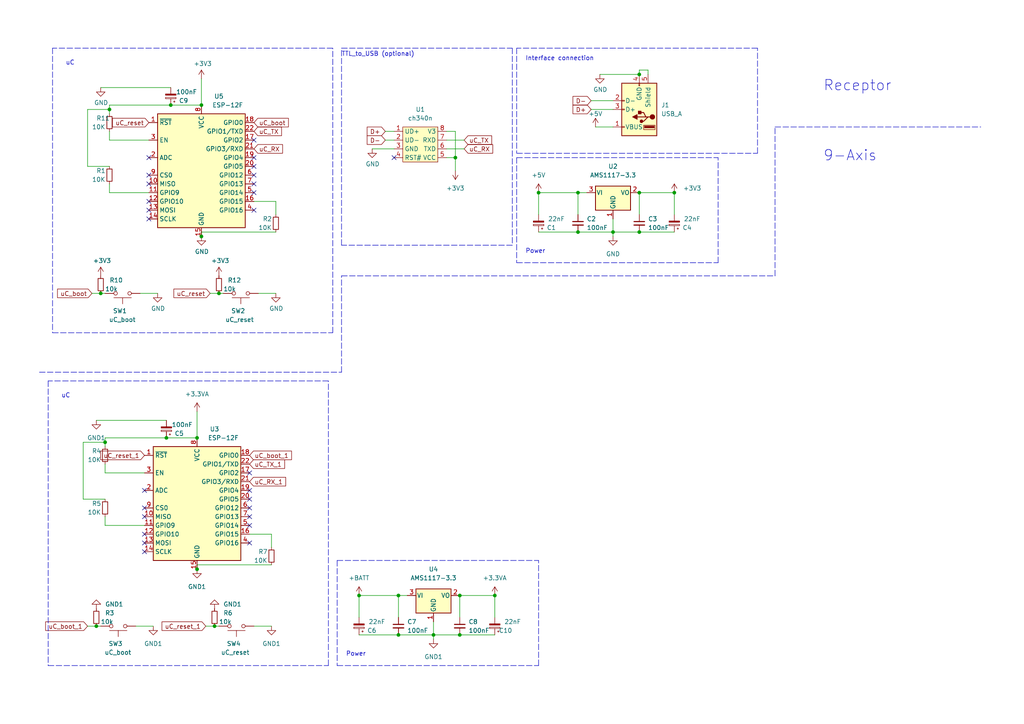
<source format=kicad_sch>
(kicad_sch (version 20211123) (generator eeschema)
  (paper "A4")
  (title_block (title "Fullaxis") (date "2021-03-10") (rev "1") (company "David Ávila Quezada") (comment 2 "www.github.com/debaq/fullaxis") (comment 4 "Receptor sistema de evaluación del equilibrio"))
  (lib_symbols
    (symbol "Connector:USB_A" (pin_names (offset 1.016))
      (property "Reference" "J" (at -5.08 11.43 0))
      (property "Value" "USB_A" (at -5.08 8.89 0))
      (symbol "USB_A_0_1"
        (rectangle (start -5.08 -7.62) (end 5.08 7.62) (stroke (width 0.254)) (fill (type background)))
        (circle (center -3.81 2.159) (radius 0.635) (stroke (width 0.254)) (fill (type outline)))
        (rectangle (start -1.524 4.826) (end -4.318 5.334) (fill (type outline)))
        (rectangle (start -1.27 4.572) (end -4.572 5.842))
        (circle (center -0.635 3.429) (radius 0.381) (stroke (width 0.254)) (fill (type outline)))
        (rectangle (start -0.127 -7.62) (end 0.127 -6.858))
        (polyline (pts (xy -3.175 2.159) (xy -2.54 2.159) (xy -1.27 3.429) (xy -0.635 3.429)) (stroke (width 0.254)))
        (polyline (pts (xy -2.54 2.159) (xy -1.905 2.159) (xy -1.27 0.889) (xy 0 0.889)) (stroke (width 0.254)))
        (polyline (pts (xy 0.635 2.794) (xy 0.635 1.524) (xy 1.905 2.159) (xy 0.635 2.794)) (stroke (width 0.254)) (fill (type outline)))
        (rectangle (start 0.254 1.27) (end -0.508 0.508) (stroke (width 0.254)) (fill (type outline)))
        (rectangle (start 5.08 -2.667) (end 4.318 -2.413))
        (rectangle (start 5.08 -0.127) (end 4.318 0.127))
        (rectangle (start 5.08 4.953) (end 4.318 5.207))
      )
      (symbol "USB_A_1_1"
        (polyline (pts (xy -1.905 2.159) (xy 0.635 2.159)) (stroke (width 0.254)))
        (pin power_in line (at 7.62 5.08 180) (length 2.54) (name "VBUS") (number "1"))
        (pin bidirectional line (at 7.62 -2.54 180) (length 2.54) (name "D-") (number "2"))
        (pin bidirectional line (at 7.62 0 180) (length 2.54) (name "D+") (number "3"))
        (pin power_in line (at 0 -10.16 90) (length 2.54) (name "GND") (number "4"))
        (pin passive line (at -2.54 -10.16 90) (length 2.54) (name "Shield") (number "5"))
      )
    )
    (symbol "Device:CP_Small" (pin_numbers hide) (pin_names (offset 0.254) hide)
      (property "Reference" "C" (at 0.254 1.778 0))
      (property "Value" "Device_CP_Small" (at 0.254 -2.032 0))
      (symbol "CP_Small_0_1"
        (rectangle (start -1.524 -0.3048) (end 1.524 -0.6858) (fill (type outline)))
        (rectangle (start -1.524 0.6858) (end 1.524 0.3048))
        (polyline (pts (xy -1.27 1.524) (xy -0.762 1.524)))
        (polyline (pts (xy -1.016 1.27) (xy -1.016 1.778)))
      )
      (symbol "CP_Small_1_1"
        (pin passive line (at 0 2.54 270) (length 1.8542) (name "~") (number "1"))
        (pin passive line (at 0 -2.54 90) (length 1.8542) (name "~") (number "2"))
      )
    )
    (symbol "Device:C_Small" (pin_numbers hide) (pin_names (offset 0.254) hide)
      (property "Reference" "C" (at 0.254 1.778 0))
      (property "Value" "C_Small" (at 0.254 -2.032 0))
      (symbol "C_Small_0_1"
        (polyline (pts (xy -1.524 -0.508) (xy 1.524 -0.508)) (stroke (width 0.3302)))
        (polyline (pts (xy -1.524 0.508) (xy 1.524 0.508)) (stroke (width 0.3048)))
      )
      (symbol "C_Small_1_1"
        (pin passive line (at 0 2.54 270) (length 2.032) (name "~") (number "1"))
        (pin passive line (at 0 -2.54 90) (length 2.032) (name "~") (number "2"))
      )
    )
    (symbol "Device:R_Small" (pin_numbers hide) (pin_names (offset 0.254) hide)
      (property "Reference" "R" (at 0.762 0.508 0))
      (property "Value" "R_Small" (at 0.762 -1.016 0))
      (symbol "R_Small_0_1"
        (rectangle (start -0.762 1.778) (end 0.762 -1.778) (stroke (width 0.2032)))
      )
      (symbol "R_Small_1_1"
        (pin passive line (at 0 2.54 270) (length 0.762) (name "~") (number "1"))
        (pin passive line (at 0 -2.54 90) (length 0.762) (name "~") (number "2"))
      )
    )
    (symbol "RF_Module:ESP-12F"
      (property "Reference" "U" (at -12.7 19.05 0))
      (property "Value" "ESP-12F" (at 12.7 19.05 0))
      (symbol "ESP-12F_0_1"
        (rectangle (start -12.7 17.78) (end 12.7 -15.24) (stroke (width 0.254)) (fill (type background)))
      )
      (symbol "ESP-12F_1_1"
        (pin input line (at -15.24 15.24 0) (length 2.54) (name "~{RST}") (number "1"))
        (pin bidirectional line (at -15.24 -2.54 0) (length 2.54) (name "MISO") (number "10"))
        (pin bidirectional line (at -15.24 -5.08 0) (length 2.54) (name "GPIO9") (number "11"))
        (pin bidirectional line (at -15.24 -7.62 0) (length 2.54) (name "GPIO10") (number "12"))
        (pin bidirectional line (at -15.24 -10.16 0) (length 2.54) (name "MOSI") (number "13"))
        (pin bidirectional line (at -15.24 -12.7 0) (length 2.54) (name "SCLK") (number "14"))
        (pin power_in line (at 0 -17.78 90) (length 2.54) (name "GND") (number "15"))
        (pin bidirectional line (at 15.24 -7.62 180) (length 2.54) (name "GPIO15") (number "16"))
        (pin bidirectional line (at 15.24 10.16 180) (length 2.54) (name "GPIO2") (number "17"))
        (pin bidirectional line (at 15.24 15.24 180) (length 2.54) (name "GPIO0") (number "18"))
        (pin bidirectional line (at 15.24 5.08 180) (length 2.54) (name "GPIO4") (number "19"))
        (pin input line (at -15.24 5.08 0) (length 2.54) (name "ADC") (number "2"))
        (pin bidirectional line (at 15.24 2.54 180) (length 2.54) (name "GPIO5") (number "20"))
        (pin bidirectional line (at 15.24 7.62 180) (length 2.54) (name "GPIO3/RXD") (number "21"))
        (pin bidirectional line (at 15.24 12.7 180) (length 2.54) (name "GPIO1/TXD") (number "22"))
        (pin input line (at -15.24 10.16 0) (length 2.54) (name "EN") (number "3"))
        (pin bidirectional line (at 15.24 -10.16 180) (length 2.54) (name "GPIO16") (number "4"))
        (pin bidirectional line (at 15.24 -5.08 180) (length 2.54) (name "GPIO14") (number "5"))
        (pin bidirectional line (at 15.24 0 180) (length 2.54) (name "GPIO12") (number "6"))
        (pin bidirectional line (at 15.24 -2.54 180) (length 2.54) (name "GPIO13") (number "7"))
        (pin power_in line (at 0 20.32 270) (length 2.54) (name "VCC") (number "8"))
        (pin input line (at -15.24 0 0) (length 2.54) (name "CS0") (number "9"))
      )
    )
    (symbol "Regulator_Linear:AMS1117-3.3" (pin_names (offset 0.254))
      (property "Reference" "U" (at -3.81 3.175 0))
      (property "Value" "AMS1117-3.3" (at 0 3.175 0))
      (symbol "AMS1117-3.3_0_1"
        (rectangle (start -5.08 -5.08) (end 5.08 1.905) (stroke (width 0.254)) (fill (type background)))
      )
      (symbol "AMS1117-3.3_1_1"
        (pin power_in line (at 0 -7.62 90) (length 2.54) (name "GND") (number "1"))
        (pin power_out line (at 7.62 0 180) (length 2.54) (name "VO") (number "2"))
        (pin power_in line (at -7.62 0 0) (length 2.54) (name "VI") (number "3"))
      )
    )
    (symbol "Switch:SW_Push" (pin_numbers hide) (pin_names (offset 1.016) hide)
      (property "Reference" "SW" (at 1.27 2.54 0))
      (property "Value" "SW_Push" (at 0 -1.524 0))
      (symbol "SW_Push_0_1"
        (circle (center -2.032 0) (radius 0.508))
        (polyline (pts (xy 0 1.27) (xy 0 3.048)))
        (polyline (pts (xy 2.54 1.27) (xy -2.54 1.27)))
        (circle (center 2.032 0) (radius 0.508))
        (pin passive line (at -5.08 0 0) (length 2.54) (name "1") (number "1"))
        (pin passive line (at 5.08 0 180) (length 2.54) (name "2") (number "2"))
      )
    )
    (symbol "ch340:ch340n"
      (property "Reference" "U" (at 7.62 3.81 0))
      (property "Value" "ch340n" (at 1.27 3.81 0))
      (symbol "ch340n_0_1"
        (rectangle (start -2.54 2.54) (end 7.62 -7.62) (fill (type background)))
      )
      (symbol "ch340n_1_1"
        (pin bidirectional line (at -5.08 1.27 0) (length 2.54) (name "UD+") (number "1"))
        (pin bidirectional line (at -5.08 -1.27 0) (length 2.54) (name "UD-") (number "2"))
        (pin power_in line (at -5.08 -3.81 0) (length 2.54) (name "GND") (number "3"))
        (pin input line (at -5.08 -6.35 0) (length 2.54) (name "RST#") (number "4"))
        (pin power_in line (at 10.16 -6.35 180) (length 2.54) (name "VCC") (number "5"))
        (pin output line (at 10.16 -3.81 180) (length 2.54) (name "TXD") (number "6"))
        (pin input line (at 10.16 -1.27 180) (length 2.54) (name "RXD") (number "7"))
        (pin power_out line (at 10.16 1.27 180) (length 2.54) (name "V3") (number "8"))
      )
    )
    (symbol "power:+3.3V" (power) (pin_names (offset 0))
      (property "Value" "+3.3V" (at 0 3.556 0))
      (symbol "+3.3V_0_1"
        (polyline (pts (xy -0.762 1.27) (xy 0 2.54)))
        (polyline (pts (xy 0 0) (xy 0 2.54)))
        (polyline (pts (xy 0 2.54) (xy 0.762 1.27)))
      )
      (symbol "+3.3V_1_1"
        (pin power_in line (at 0 0 90) (length 0) hide (name "+3V3") (number "1"))
      )
    )
    (symbol "power:+3.3VA" (power) (pin_names (offset 0))
      (property "Value" "+3.3VA" (at 0 3.556 0))
      (symbol "+3.3VA_0_1"
        (polyline (pts (xy -0.762 1.27) (xy 0 2.54)))
        (polyline (pts (xy 0 0) (xy 0 2.54)))
        (polyline (pts (xy 0 2.54) (xy 0.762 1.27)))
      )
      (symbol "+3.3VA_1_1"
        (pin power_in line (at 0 0 90) (length 0) hide (name "+3.3VA") (number "1"))
      )
    )
    (symbol "power:+5V" (power) (pin_names (offset 0))
      (property "Value" "+5V" (at 0 3.556 0))
      (symbol "+5V_0_1"
        (polyline (pts (xy -0.762 1.27) (xy 0 2.54)))
        (polyline (pts (xy 0 0) (xy 0 2.54)))
        (polyline (pts (xy 0 2.54) (xy 0.762 1.27)))
      )
      (symbol "+5V_1_1"
        (pin power_in line (at 0 0 90) (length 0) hide (name "+5V") (number "1"))
      )
    )
    (symbol "power:+BATT" (power) (pin_names (offset 0))
      (property "Value" "+BATT" (at 0 3.556 0))
      (symbol "+BATT_0_1"
        (polyline (pts (xy -0.762 1.27) (xy 0 2.54)))
        (polyline (pts (xy 0 0) (xy 0 2.54)))
        (polyline (pts (xy 0 2.54) (xy 0.762 1.27)))
      )
      (symbol "+BATT_1_1"
        (pin power_in line (at 0 0 90) (length 0) hide (name "+BATT") (number "1"))
      )
    )
    (symbol "power:GND" (power) (pin_names (offset 0))
      (property "Value" "GND" (at 0 -3.81 0))
      (symbol "GND_0_1"
        (polyline (pts (xy 0 0) (xy 0 -1.27) (xy 1.27 -1.27) (xy 0 -2.54) (xy -1.27 -1.27) (xy 0 -1.27)))
      )
      (symbol "GND_1_1"
        (pin power_in line (at 0 0 270) (length 0) hide (name "GND") (number "1"))
      )
    )
    (symbol "power:GND1" (power) (pin_names (offset 0))
      (property "Value" "GND1" (at 0 -3.81 0))
      (symbol "GND1_0_1"
        (polyline (pts (xy 0 0) (xy 0 -1.27) (xy 1.27 -1.27) (xy 0 -2.54) (xy -1.27 -1.27) (xy 0 -1.27)))
      )
      (symbol "GND1_1_1"
        (pin power_in line (at 0 0 270) (length 0) hide (name "GND1") (number "1"))
      )
    )
  )
  (junction (at 156.21 55.88))
  (junction (at 133.35 184.15))
  (junction (at 167.64 67.31))
  (junction (at 185.42 67.31))
  (junction (at 167.64 55.88))
  (junction (at 58.42 30.48))
  (junction (at 58.42 68.58))
  (junction (at 133.35 172.72))
  (junction (at 29.21 85.09))
  (junction (at 30.48 128.27))
  (junction (at 177.8 67.31))
  (junction (at 31.75 31.75))
  (junction (at 62.23 181.61))
  (junction (at 125.73 184.15))
  (junction (at 104.14 172.72))
  (junction (at 27.94 181.61))
  (junction (at 185.42 21.59))
  (junction (at 63.5 85.09))
  (junction (at 115.57 172.72))
  (junction (at 57.15 165.1))
  (junction (at 57.15 127))
  (junction (at 115.57 184.15))
  (junction (at 49.53 30.48))
  (junction (at 195.58 55.88))
  (junction (at 48.26 127))
  (junction (at 143.51 172.72))
  (junction (at 132.08 45.72))
  (junction (at 185.42 55.88))
  (no_connect (at 72.39 144.78))
  (no_connect (at 73.66 40.64))
  (no_connect (at 41.91 142.24))
  (no_connect (at 41.91 160.02))
  (no_connect (at 72.39 157.48))
  (no_connect (at 72.39 147.32))
  (no_connect (at 72.39 137.16))
  (no_connect (at 41.91 147.32))
  (no_connect (at 41.91 149.86))
  (no_connect (at 73.66 60.96))
  (no_connect (at 73.66 45.72))
  (no_connect (at 73.66 48.26))
  (no_connect (at 73.66 50.8))
  (no_connect (at 73.66 53.34))
  (no_connect (at 73.66 55.88))
  (no_connect (at 41.91 154.94))
  (no_connect (at 41.91 157.48))
  (no_connect (at 114.3 45.72))
  (no_connect (at 43.18 45.72))
  (no_connect (at 43.18 63.5))
  (no_connect (at 43.18 60.96))
  (no_connect (at 43.18 58.42))
  (no_connect (at 43.18 53.34))
  (no_connect (at 43.18 50.8))
  (no_connect (at 72.39 142.24))
  (no_connect (at 72.39 152.4))
  (no_connect (at 72.39 149.86))
  (polyline (pts (xy 15.24 96.52) (xy 96.52 96.52)))
  (wire (pts (xy 104.14 172.72) (xy 104.14 179.07)))
  (wire (pts (xy 43.18 55.88) (xy 31.75 55.88)))
  (wire (pts (xy 156.21 55.88) (xy 167.64 55.88)))
  (wire (pts (xy 115.57 172.72) (xy 115.57 179.07)))
  (polyline (pts (xy 96.52 96.52) (xy 96.52 13.97)))
  (wire (pts (xy 156.21 55.88) (xy 156.21 62.23)))
  (wire (pts (xy 143.51 172.72) (xy 143.51 179.07)))
  (wire (pts (xy 177.8 67.31) (xy 177.8 68.58)))
  (polyline (pts (xy 97.79 193.04) (xy 156.21 193.04)))
  (wire (pts (xy 195.58 55.88) (xy 195.58 62.23)))
  (polyline (pts (xy 13.97 110.49) (xy 13.97 193.04)))
  (wire (pts (xy 31.75 55.88) (xy 31.75 53.34)))
  (polyline (pts (xy 148.59 71.12) (xy 99.06 71.12)))
  (wire (pts (xy 57.15 127) (xy 48.26 127)))
  (wire (pts (xy 24.13 128.27) (xy 30.48 128.27)))
  (wire (pts (xy 73.66 181.61) (xy 78.74 181.61)))
  (wire (pts (xy 27.94 181.61) (xy 29.21 181.61)))
  (wire (pts (xy 177.8 67.31) (xy 185.42 67.31)))
  (wire (pts (xy 187.96 20.32) (xy 185.42 20.32)))
  (wire (pts (xy 167.64 55.88) (xy 170.18 55.88)))
  (wire (pts (xy 185.42 55.88) (xy 185.42 62.23)))
  (wire (pts (xy 80.01 62.23) (xy 80.01 58.42)))
  (wire (pts (xy 31.75 31.75) (xy 31.75 33.02)))
  (polyline (pts (xy 96.52 13.97) (xy 15.24 13.97)))
  (wire (pts (xy 31.75 48.26) (xy 25.4 48.26)))
  (wire (pts (xy 27.94 181.61) (xy 25.4 181.61)))
  (wire (pts (xy 185.42 20.32) (xy 185.42 21.59)))
  (polyline (pts (xy 149.86 45.72) (xy 208.28 45.72)))
  (wire (pts (xy 133.35 172.72) (xy 143.51 172.72)))
  (wire (pts (xy 115.57 172.72) (xy 118.11 172.72)))
  (wire (pts (xy 80.01 67.31) (xy 58.42 67.31)))
  (polyline (pts (xy 149.86 44.45) (xy 219.71 44.45)))
  (wire (pts (xy 31.75 38.1) (xy 31.75 40.64)))
  (wire (pts (xy 125.73 184.15) (xy 133.35 184.15)))
  (wire (pts (xy 107.95 43.18) (xy 114.3 43.18)))
  (wire (pts (xy 132.08 45.72) (xy 129.54 45.72)))
  (polyline (pts (xy 13.97 193.04) (xy 95.25 193.04)))
  (wire (pts (xy 104.14 184.15) (xy 115.57 184.15)))
  (polyline (pts (xy 95.25 193.04) (xy 95.25 110.49)))
  (wire (pts (xy 27.94 121.92) (xy 48.26 121.92)))
  (wire (pts (xy 129.54 38.1) (xy 132.08 38.1)))
  (wire (pts (xy 167.64 67.31) (xy 177.8 67.31)))
  (polyline (pts (xy 97.79 162.56) (xy 156.21 162.56)))
  (wire (pts (xy 30.48 152.4) (xy 30.48 149.86)))
  (polyline (pts (xy 224.79 36.83) (xy 284.48 36.83)))
  (wire (pts (xy 58.42 30.48) (xy 49.53 30.48)))
  (wire (pts (xy 132.08 45.72) (xy 132.08 49.53)))
  (wire (pts (xy 30.48 127) (xy 48.26 127)))
  (wire (pts (xy 30.48 134.62) (xy 30.48 137.16)))
  (wire (pts (xy 177.8 29.21) (xy 171.45 29.21)))
  (wire (pts (xy 132.08 38.1) (xy 132.08 45.72)))
  (wire (pts (xy 41.91 152.4) (xy 30.48 152.4)))
  (wire (pts (xy 80.01 58.42) (xy 73.66 58.42)))
  (wire (pts (xy 40.64 85.09) (xy 45.72 85.09)))
  (polyline (pts (xy 219.71 44.45) (xy 219.71 13.97)))
  (wire (pts (xy 78.74 163.83) (xy 57.15 163.83)))
  (wire (pts (xy 78.74 158.75) (xy 78.74 154.94)))
  (wire (pts (xy 125.73 180.34) (xy 125.73 184.15)))
  (polyline (pts (xy 224.79 80.01) (xy 224.79 36.83)))
  (wire (pts (xy 177.8 63.5) (xy 177.8 67.31)))
  (wire (pts (xy 167.64 55.88) (xy 167.64 62.23)))
  (polyline (pts (xy 99.06 107.95) (xy 99.06 80.01)))
  (polyline (pts (xy 156.21 193.04) (xy 156.21 162.56)))
  (wire (pts (xy 58.42 30.48) (xy 58.42 22.86)))
  (wire (pts (xy 185.42 55.88) (xy 195.58 55.88)))
  (polyline (pts (xy 148.59 13.97) (xy 148.59 71.12)))
  (wire (pts (xy 58.42 67.31) (xy 58.42 68.58)))
  (polyline (pts (xy 97.79 162.56) (xy 97.79 193.04)))
  (polyline (pts (xy 149.86 13.97) (xy 149.86 44.45)))
  (wire (pts (xy 125.73 184.15) (xy 125.73 185.42)))
  (wire (pts (xy 114.3 40.64) (xy 111.76 40.64)))
  (wire (pts (xy 31.75 40.64) (xy 43.18 40.64)))
  (wire (pts (xy 29.21 25.4) (xy 49.53 25.4)))
  (polyline (pts (xy 149.86 45.72) (xy 149.86 76.2)))
  (wire (pts (xy 30.48 144.78) (xy 24.13 144.78)))
  (polyline (pts (xy 208.28 76.2) (xy 208.28 45.72)))
  (wire (pts (xy 133.35 172.72) (xy 133.35 179.07)))
  (wire (pts (xy 156.21 67.31) (xy 167.64 67.31)))
  (wire (pts (xy 134.62 40.64) (xy 129.54 40.64)))
  (wire (pts (xy 57.15 163.83) (xy 57.15 165.1)))
  (wire (pts (xy 185.42 67.31) (xy 195.58 67.31)))
  (wire (pts (xy 185.42 21.59) (xy 173.99 21.59)))
  (polyline (pts (xy 95.25 110.49) (xy 13.97 110.49)))
  (wire (pts (xy 39.37 181.61) (xy 44.45 181.61)))
  (wire (pts (xy 25.4 31.75) (xy 31.75 31.75)))
  (wire (pts (xy 78.74 154.94) (xy 72.39 154.94)))
  (wire (pts (xy 64.77 85.09) (xy 63.5 85.09)))
  (wire (pts (xy 30.48 127) (xy 30.48 128.27)))
  (wire (pts (xy 171.45 31.75) (xy 177.8 31.75)))
  (wire (pts (xy 31.75 30.48) (xy 49.53 30.48)))
  (wire (pts (xy 177.8 36.83) (xy 172.72 36.83)))
  (polyline (pts (xy 149.86 76.2) (xy 208.28 76.2)))
  (polyline (pts (xy 15.24 13.97) (xy 15.24 96.52)))
  (wire (pts (xy 62.23 181.61) (xy 59.69 181.61)))
  (wire (pts (xy 29.21 85.09) (xy 30.48 85.09)))
  (polyline (pts (xy 219.71 13.97) (xy 149.86 13.97)))
  (wire (pts (xy 31.75 30.48) (xy 31.75 31.75)))
  (polyline (pts (xy 99.06 13.97) (xy 148.59 13.97)))
  (wire (pts (xy 74.93 85.09) (xy 80.01 85.09)))
  (wire (pts (xy 133.35 184.15) (xy 143.51 184.15)))
  (wire (pts (xy 25.4 48.26) (xy 25.4 31.75)))
  (wire (pts (xy 63.5 181.61) (xy 62.23 181.61)))
  (wire (pts (xy 30.48 137.16) (xy 41.91 137.16)))
  (wire (pts (xy 104.14 172.72) (xy 115.57 172.72)))
  (wire (pts (xy 115.57 184.15) (xy 125.73 184.15)))
  (wire (pts (xy 187.96 21.59) (xy 187.96 20.32)))
  (wire (pts (xy 63.5 85.09) (xy 60.96 85.09)))
  (wire (pts (xy 57.15 127) (xy 57.15 119.38)))
  (polyline (pts (xy 99.06 80.01) (xy 224.79 80.01)))
  (wire (pts (xy 114.3 38.1) (xy 111.76 38.1)))
  (polyline (pts (xy 11.43 107.95) (xy 99.06 107.95)))
  (polyline (pts (xy 99.06 71.12) (xy 99.06 13.97)))
  (wire (pts (xy 24.13 144.78) (xy 24.13 128.27)))
  (wire (pts (xy 30.48 128.27) (xy 30.48 129.54)))
  (wire (pts (xy 134.62 43.18) (xy 129.54 43.18)))
  (wire (pts (xy 29.21 85.09) (xy 26.67 85.09)))
  (text "TTL_to_USB (optional)" (at 99.06 16.51 0) (effects (font (size 1.27 1.27)) (justify left bottom)))
  (text "Interface connection" (at 152.4 17.78 0) (effects (font (size 1.27 1.27)) (justify left bottom)))
  (text "uC" (at 19.05 19.05 0) (effects (font (size 1.27 1.27)) (justify left bottom)))
  (text "Receptor" (at 238.76 26.67 0) (effects (font (size 3 3)) (justify left bottom)))
  (text "uC" (at 17.78 115.57 0) (effects (font (size 1.27 1.27)) (justify left bottom)))
  (text "9-Axis" (at 238.76 46.99 0) (effects (font (size 3 3)) (justify left bottom)))
  (text "Power" (at 100.33 190.5 0) (effects (font (size 1.27 1.27)) (justify left bottom)))
  (text "Power" (at 152.4 73.66 0) (effects (font (size 1.27 1.27)) (justify left bottom)))
  (global_label "D+" (shape input) (at 111.76 38.1 180) (property "Referencias entre hojas" "${INTERSHEET_REFS}" (effects hide)))
  (global_label "uC_boot_1" (shape input) (at 72.39 132.08 0) (property "Referencias entre hojas" "${INTERSHEET_REFS}" (effects hide)))
  (global_label "uC_reset" (shape input) (at 43.18 35.56 180) (property "Referencias entre hojas" "${INTERSHEET_REFS}" (effects hide)))
  (global_label "D-" (shape input) (at 171.45 29.21 180) (property "Referencias entre hojas" "${INTERSHEET_REFS}" (effects hide)))
  (global_label "uC_reset_1" (shape input) (at 41.91 132.08 180) (property "Referencias entre hojas" "${INTERSHEET_REFS}" (effects hide)))
  (global_label "uC_reset_1" (shape input) (at 59.69 181.61 180) (property "Referencias entre hojas" "${INTERSHEET_REFS}" (effects hide)))
  (global_label "uC_TX" (shape input) (at 73.66 38.1 0) (property "Referencias entre hojas" "${INTERSHEET_REFS}" (effects hide)))
  (global_label "uC_reset" (shape input) (at 60.96 85.09 180) (property "Referencias entre hojas" "${INTERSHEET_REFS}" (effects hide)))
  (global_label "uC_RX" (shape input) (at 73.66 43.18 0) (property "Referencias entre hojas" "${INTERSHEET_REFS}" (effects hide)))
  (global_label "uC_boot" (shape input) (at 73.66 35.56 0) (property "Referencias entre hojas" "${INTERSHEET_REFS}" (effects hide)))
  (global_label "uC_RX" (shape input) (at 134.62 43.18 0) (property "Referencias entre hojas" "${INTERSHEET_REFS}" (effects hide)))
  (global_label "uC_boot" (shape input) (at 26.67 85.09 180) (property "Referencias entre hojas" "${INTERSHEET_REFS}" (effects hide)))
  (global_label "uC_RX_1" (shape input) (at 72.39 139.7 0) (property "Referencias entre hojas" "${INTERSHEET_REFS}" (effects hide)))
  (global_label "uC_boot_1" (shape input) (at 25.4 181.61 180) (property "Referencias entre hojas" "${INTERSHEET_REFS}" (effects hide)))
  (global_label "uC_TX" (shape input) (at 134.62 40.64 0) (property "Referencias entre hojas" "${INTERSHEET_REFS}" (effects hide)))
  (global_label "D-" (shape input) (at 111.76 40.64 180) (property "Referencias entre hojas" "${INTERSHEET_REFS}" (effects hide)))
  (global_label "D+" (shape input) (at 171.45 31.75 180) (property "Referencias entre hojas" "${INTERSHEET_REFS}" (effects hide)))
  (global_label "uC_TX_1" (shape input) (at 72.39 134.62 0) (property "Referencias entre hojas" "${INTERSHEET_REFS}" (effects hide)))
  (symbol (lib_id "RF_Module:ESP-12F") (at 58.42 50.8 0) (unit 1)
    (property "Reference" "U5" (at 63.5 27.94 0))
    (property "Value" "ESP-12F" (at 66.04 30.48 0))
    (property "Footprint" "RF_Module:ESP-12E" (effects hide))
    (property "Datasheet" "http://wiki.ai-thinker.com/_media/esp8266/esp8266_series_modules_user_manual_v1.1.pdf" (effects hide))
  )
  (symbol (lib_id "power:GND") (at 29.21 25.4 0) (unit 1)
    (property "Reference" "#PWR0123" (effects hide))
    (property "Value" "GND" (at 29.337 29.7942 0))
  )
  (symbol (lib_id "power:GND") (at 173.99 21.59 0) (unit 1)
    (property "Reference" "#PWR0104" (effects hide))
    (property "Value" "GND" (at 174.117 25.9842 0))
  )
  (symbol (lib_id "power:+5V") (at 172.72 36.83 0) (unit 1)
    (property "Reference" "#PWR0105" (effects hide))
    (property "Value" "+5V" (at 172.72 33.02 0))
  )
  (symbol (lib_id "power:+3.3V") (at 58.42 22.86 0) (unit 1)
    (property "Reference" "#PWR0112" (effects hide))
    (property "Value" "+3.3V" (at 58.801 18.4658 0))
  )
  (symbol (lib_id "power:GND") (at 58.42 68.58 0) (unit 1)
    (property "Reference" "#PWR0114" (effects hide))
    (property "Value" "GND" (at 58.547 72.9742 0))
  )
  (symbol (lib_id "Switch:SW_Push") (at 35.56 85.09 180) (unit 1)
    (property "Reference" "SW1" (at 36.83 90.17 0) (effects (justify left)))
    (property "Value" "uC_boot" (at 39.37 92.71 0) (effects (justify left)))
    (property "Footprint" "Switches:TACTILE_SWITCH_SMD_6.0X3.5MM" (effects hide))
  )
  (symbol (lib_id "power:GND") (at 45.72 85.09 0) (unit 1)
    (property "Reference" "#PWR0115" (effects hide))
    (property "Value" "GND" (at 45.847 89.4842 0))
  )
  (symbol (lib_id "Switch:SW_Push") (at 69.85 85.09 180) (unit 1)
    (property "Reference" "SW2" (at 71.12 90.17 0) (effects (justify left)))
    (property "Value" "uC_reset" (at 73.66 92.71 0) (effects (justify left)))
    (property "Footprint" "Switches:TACTILE_SWITCH_SMD_6.0X3.5MM" (effects hide))
  )
  (symbol (lib_id "power:GND") (at 80.01 85.09 0) (unit 1)
    (property "Reference" "#PWR0116" (effects hide))
    (property "Value" "GND" (at 80.137 89.4842 0))
  )
  (symbol (lib_id "Device:R_Small") (at 63.5 82.55 0) (mirror y) (unit 1)
    (property "Reference" "R12" (at 66.04 81.28 0) (effects (justify right)))
    (property "Value" "10k" (at 64.77 83.82 0) (effects (justify right)))
    (property "Footprint" "Resistor_SMD:R_1206_3216Metric_Pad1.30x1.75mm_HandSolder" (effects hide))
  )
  (symbol (lib_id "power:+3.3V") (at 63.5 80.01 0) (unit 1)
    (property "Reference" "#PWR0117" (effects hide))
    (property "Value" "+3.3V" (at 63.881 75.6158 0))
  )
  (symbol (lib_id "Device:R_Small") (at 31.75 35.56 0) (unit 1)
    (property "Reference" "R11" (at 27.94 34.29 0) (effects (justify left)))
    (property "Value" "10K" (at 26.67 36.83 0) (effects (justify left)))
    (property "Footprint" "Resistor_SMD:R_1206_3216Metric_Pad1.30x1.75mm_HandSolder" (effects hide))
  )
  (symbol (lib_id "Device:R_Small") (at 29.21 82.55 0) (mirror y) (unit 1)
    (property "Reference" "R10" (at 31.75 81.28 0) (effects (justify right)))
    (property "Value" "10k" (at 30.48 83.82 0) (effects (justify right)))
    (property "Footprint" "Resistor_SMD:R_1206_3216Metric_Pad1.30x1.75mm_HandSolder" (effects hide))
  )
  (symbol (lib_id "power:+3.3V") (at 29.21 80.01 0) (unit 1)
    (property "Reference" "#PWR0118" (effects hide))
    (property "Value" "+3.3V" (at 29.591 75.6158 0))
  )
  (symbol (lib_id "Device:CP_Small") (at 49.53 27.94 180) (unit 1)
    (property "Reference" "C9" (at 54.61 29.21 0) (effects (justify left)))
    (property "Value" "100nF" (at 57.15 26.67 0) (effects (justify left)))
    (property "Footprint" "Capacitor_SMD:C_1206_3216Metric_Pad1.33x1.80mm_HandSolder" (effects hide))
  )
  (symbol (lib_id "Device:R_Small") (at 27.94 179.07 0) (mirror y) (unit 1)
    (property "Reference" "R3" (at 30.48 177.8 0) (effects (justify right)))
    (property "Value" "10k" (at 29.21 180.34 0) (effects (justify right)))
    (property "Footprint" "Resistor_SMD:R_1206_3216Metric_Pad1.30x1.75mm_HandSolder" (effects hide))
  )
  (symbol (lib_id "power:GND1") (at 125.73 185.42 0) (unit 1)
    (property "Reference" "#PWR014" (effects hide))
    (property "Value" "GND1" (at 125.73 190.5 0))
  )
  (symbol (lib_id "power:+3.3VA") (at 57.15 119.38 0) (unit 1)
    (property "Reference" "#PWR09" (effects hide))
    (property "Value" "+3.3VA" (at 57.15 114.3 0))
  )
  (symbol (lib_id "power:GND1") (at 78.74 181.61 0) (unit 1)
    (property "Reference" "#PWR012" (effects hide))
    (property "Value" "GND1" (at 78.74 186.69 0))
  )
  (symbol (lib_id "power:+3.3VA") (at 143.51 172.72 0) (unit 1)
    (property "Reference" "#PWR015" (effects hide))
    (property "Value" "+3.3VA" (at 143.51 167.64 0))
  )
  (symbol (lib_id "Device:C_Small") (at 133.35 181.61 0) (unit 1)
    (property "Reference" "C8" (at 135.89 180.3462 0) (effects (justify left)))
    (property "Value" "100nF" (at 135.89 182.8862 0) (effects (justify left)))
    (property "Footprint" "Capacitor_SMD:C_1210_3225Metric_Pad1.33x2.70mm_HandSolder" (effects hide))
  )
  (symbol (lib_id "power:GND1") (at 27.94 176.53 180) (unit 1)
    (property "Reference" "#PWR07" (effects hide))
    (property "Value" "GND1" (at 30.48 175.2599 0) (effects (justify right)))
  )
  (symbol (lib_id "Regulator_Linear:AMS1117-3.3") (at 125.73 172.72 0) (unit 1)
    (property "Reference" "U4" (at 125.73 165.1 0))
    (property "Value" "AMS1117-3.3" (at 125.73 167.64 0))
    (property "Footprint" "Package_TO_SOT_SMD:SOT-223-3_TabPin2" (effects hide))
    (property "Datasheet" "http://www.advanced-monolithic.com/pdf/ds1117.pdf" (effects hide))
  )
  (symbol (lib_id "Device:CP_Small") (at 104.14 181.61 180) (unit 1)
    (property "Reference" "C6" (at 109.22 182.88 0) (effects (justify left)))
    (property "Value" "22nF" (at 111.76 180.34 0) (effects (justify left)))
    (property "Footprint" "Capacitor_SMD:C_1206_3216Metric_Pad1.33x1.80mm_HandSolder" (effects hide))
  )
  (symbol (lib_id "ch340:ch340n") (at 119.38 39.37 0) (unit 1)
    (property "Reference" "U1" (at 121.92 31.75 0))
    (property "Value" "ch340n" (at 121.92 34.29 0))
    (property "Footprint" "ch340:SOIC-10" (effects hide))
  )
  (symbol (lib_id "Device:C_Small") (at 115.57 181.61 0) (unit 1)
    (property "Reference" "C7" (at 118.11 180.3462 0) (effects (justify left)))
    (property "Value" "100nF" (at 118.11 182.8862 0) (effects (justify left)))
    (property "Footprint" "Capacitor_SMD:C_1210_3225Metric_Pad1.33x2.70mm_HandSolder" (effects hide))
  )
  (symbol (lib_id "power:+3.3V") (at 195.58 55.88 0) (unit 1)
    (property "Reference" "#PWR05" (effects hide))
    (property "Value" "+3.3V" (at 198.12 54.6099 0) (effects (justify left)))
  )
  (symbol (lib_id "Switch:SW_Push") (at 68.58 181.61 180) (unit 1)
    (property "Reference" "SW4" (at 69.85 186.69 0) (effects (justify left)))
    (property "Value" "uC_reset" (at 72.39 189.23 0) (effects (justify left)))
    (property "Footprint" "Switches:TACTILE_SWITCH_SMD_6.0X3.5MM" (effects hide))
  )
  (symbol (lib_id "power:+BATT") (at 104.14 172.72 0) (unit 1)
    (property "Reference" "#PWR013" (effects hide))
    (property "Value" "+BATT" (at 104.14 167.64 0))
  )
  (symbol (lib_id "Device:R_Small") (at 80.01 64.77 0) (unit 1)
    (property "Reference" "R2" (at 76.2 63.5 0) (effects (justify left)))
    (property "Value" "10K" (at 74.93 66.04 0) (effects (justify left)))
    (property "Footprint" "Resistor_SMD:R_1206_3216Metric_Pad1.30x1.75mm_HandSolder" (effects hide))
  )
  (symbol (lib_id "Switch:SW_Push") (at 34.29 181.61 180) (unit 1)
    (property "Reference" "SW3" (at 35.56 186.69 0) (effects (justify left)))
    (property "Value" "uC_boot" (at 38.1 189.23 0) (effects (justify left)))
    (property "Footprint" "Switches:TACTILE_SWITCH_SMD_6.0X3.5MM" (effects hide))
  )
  (symbol (lib_id "Device:R_Small") (at 31.75 50.8 0) (unit 1)
    (property "Reference" "R1" (at 27.94 49.53 0) (effects (justify left)))
    (property "Value" "10K" (at 26.67 52.07 0) (effects (justify left)))
    (property "Footprint" "Resistor_SMD:R_1206_3216Metric_Pad1.30x1.75mm_HandSolder" (effects hide))
  )
  (symbol (lib_id "Device:CP_Small") (at 143.51 181.61 180) (unit 1)
    (property "Reference" "C10" (at 148.59 182.88 0) (effects (justify left)))
    (property "Value" "22nF" (at 151.13 180.34 0) (effects (justify left)))
    (property "Footprint" "Capacitor_SMD:C_1206_3216Metric_Pad1.33x1.80mm_HandSolder" (effects hide))
  )
  (symbol (lib_id "power:GND1") (at 62.23 176.53 180) (unit 1)
    (property "Reference" "#PWR011" (effects hide))
    (property "Value" "GND1" (at 64.77 175.2599 0) (effects (justify right)))
  )
  (symbol (lib_id "power:GND1") (at 27.94 121.92 0) (unit 1)
    (property "Reference" "#PWR06" (effects hide))
    (property "Value" "GND1" (at 27.94 127 0))
  )
  (symbol (lib_id "Device:CP_Small") (at 195.58 64.77 180) (unit 1)
    (property "Reference" "C4" (at 200.66 66.04 0) (effects (justify left)))
    (property "Value" "22nF" (at 203.2 63.5 0) (effects (justify left)))
    (property "Footprint" "Capacitor_SMD:C_1206_3216Metric_Pad1.33x1.80mm_HandSolder" (effects hide))
  )
  (symbol (lib_id "RF_Module:ESP-12F") (at 57.15 147.32 0) (unit 1)
    (property "Reference" "U3" (at 62.23 124.46 0))
    (property "Value" "ESP-12F" (at 64.77 127 0))
    (property "Footprint" "RF_Module:ESP-12E" (effects hide))
    (property "Datasheet" "http://wiki.ai-thinker.com/_media/esp8266/esp8266_series_modules_user_manual_v1.1.pdf" (effects hide))
  )
  (symbol (lib_id "Regulator_Linear:AMS1117-3.3") (at 177.8 55.88 0) (unit 1)
    (property "Reference" "U2" (at 177.8 48.26 0))
    (property "Value" "AMS1117-3.3" (at 177.8 50.8 0))
    (property "Footprint" "Package_TO_SOT_SMD:SOT-223-3_TabPin2" (effects hide))
    (property "Datasheet" "http://www.advanced-monolithic.com/pdf/ds1117.pdf" (effects hide))
  )
  (symbol (lib_id "Connector:USB_A") (at 185.42 31.75 180) (unit 1)
    (property "Reference" "J1" (at 191.77 30.4799 0) (effects (justify right)))
    (property "Value" "USB_A" (at 191.77 33.0199 0) (effects (justify right)))
    (property "Footprint" "Connector_USB:USB_A_CONNFLY_DS1095-WNR0" (effects hide))
    (property "Datasheet" " ~" (effects hide))
  )
  (symbol (lib_id "power:GND") (at 177.8 68.58 0) (unit 1)
    (property "Reference" "#PWR04" (effects hide))
    (property "Value" "GND" (at 177.8 73.66 0))
  )
  (symbol (lib_id "power:+5V") (at 156.21 55.88 0) (unit 1)
    (property "Reference" "#PWR03" (effects hide))
    (property "Value" "+5V" (at 156.21 50.8 0))
  )
  (symbol (lib_id "power:+3.3V") (at 132.08 49.53 180) (unit 1)
    (property "Reference" "#PWR02" (effects hide))
    (property "Value" "+3.3V" (at 132.08 54.61 0))
  )
  (symbol (lib_id "Device:C_Small") (at 167.64 64.77 0) (unit 1)
    (property "Reference" "C2" (at 170.18 63.5062 0) (effects (justify left)))
    (property "Value" "100nF" (at 170.18 66.0462 0) (effects (justify left)))
    (property "Footprint" "Capacitor_SMD:C_1210_3225Metric_Pad1.33x2.70mm_HandSolder" (effects hide))
  )
  (symbol (lib_id "Device:CP_Small") (at 156.21 64.77 180) (unit 1)
    (property "Reference" "C1" (at 161.29 66.04 0) (effects (justify left)))
    (property "Value" "22nF" (at 163.83 63.5 0) (effects (justify left)))
    (property "Footprint" "Capacitor_SMD:C_1206_3216Metric_Pad1.33x1.80mm_HandSolder" (effects hide))
  )
  (symbol (lib_id "Device:R_Small") (at 30.48 147.32 0) (unit 1)
    (property "Reference" "R5" (at 26.67 146.05 0) (effects (justify left)))
    (property "Value" "10K" (at 25.4 148.59 0) (effects (justify left)))
    (property "Footprint" "Resistor_SMD:R_1206_3216Metric_Pad1.30x1.75mm_HandSolder" (effects hide))
  )
  (symbol (lib_id "Device:R_Small") (at 62.23 179.07 0) (mirror y) (unit 1)
    (property "Reference" "R6" (at 64.77 177.8 0) (effects (justify right)))
    (property "Value" "10k" (at 63.5 180.34 0) (effects (justify right)))
    (property "Footprint" "Resistor_SMD:R_1206_3216Metric_Pad1.30x1.75mm_HandSolder" (effects hide))
  )
  (symbol (lib_id "Device:CP_Small") (at 48.26 124.46 180) (unit 1)
    (property "Reference" "C5" (at 53.34 125.73 0) (effects (justify left)))
    (property "Value" "100nF" (at 55.88 123.19 0) (effects (justify left)))
    (property "Footprint" "Capacitor_SMD:C_1206_3216Metric_Pad1.33x1.80mm_HandSolder" (effects hide))
  )
  (symbol (lib_id "power:GND1") (at 44.45 181.61 0) (unit 1)
    (property "Reference" "#PWR08" (effects hide))
    (property "Value" "GND1" (at 44.45 186.69 0))
  )
  (symbol (lib_id "power:GND1") (at 57.15 165.1 0) (unit 1)
    (property "Reference" "#PWR010" (effects hide))
    (property "Value" "GND1" (at 57.15 170.18 0))
  )
  (symbol (lib_id "Device:R_Small") (at 30.48 132.08 0) (unit 1)
    (property "Reference" "R4" (at 26.67 130.81 0) (effects (justify left)))
    (property "Value" "10K" (at 25.4 133.35 0) (effects (justify left)))
    (property "Footprint" "Resistor_SMD:R_1206_3216Metric_Pad1.30x1.75mm_HandSolder" (effects hide))
  )
  (symbol (lib_id "Device:R_Small") (at 78.74 161.29 0) (unit 1)
    (property "Reference" "R7" (at 74.93 160.02 0) (effects (justify left)))
    (property "Value" "10K" (at 73.66 162.56 0) (effects (justify left)))
    (property "Footprint" "Resistor_SMD:R_1206_3216Metric_Pad1.30x1.75mm_HandSolder" (effects hide))
  )
  (symbol (lib_id "Device:C_Small") (at 185.42 64.77 0) (unit 1)
    (property "Reference" "C3" (at 187.96 63.5062 0) (effects (justify left)))
    (property "Value" "100nF" (at 187.96 66.0462 0) (effects (justify left)))
    (property "Footprint" "Capacitor_SMD:C_1210_3225Metric_Pad1.33x2.70mm_HandSolder" (effects hide))
  )
  (symbol (lib_id "power:GND") (at 107.95 43.18 0) (unit 1)
    (property "Reference" "#PWR01" (effects hide))
    (property "Value" "GND" (at 108.077 47.5742 0))
  )
)
</source>
